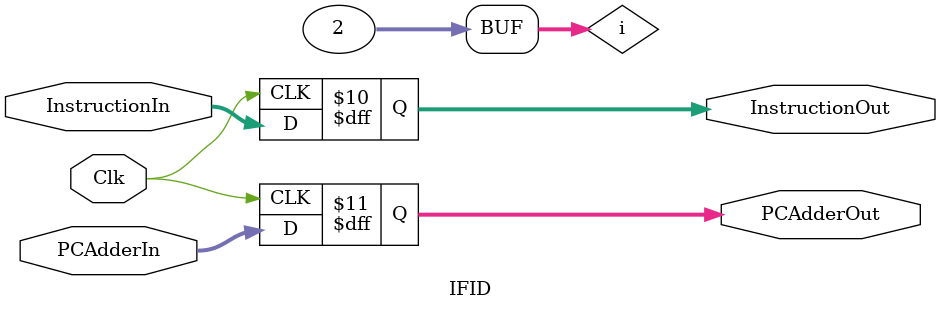
<source format=v>
`timescale 1ns / 1ps


module IFID(
    output reg [31:0] InstructionOut,
    output reg [31:0] PCAdderOut,
    input [31:0] PCAdderIn,
    input [31:0] InstructionIn,
    input Clk
);
    
    //temp storage
    reg [31:0] temp [0:1];
    integer i;
    
    initial begin
         for(i=0; i<= 1; i = i+1)
          temp[i] <= 'b0;
    end
    
    always @(posedge Clk)begin
        PCAdderOut <= PCAdderIn;
        InstructionOut <= InstructionIn;
    end


endmodule

</source>
